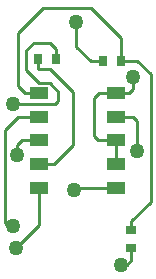
<source format=gtl>
G04*
G04 #@! TF.GenerationSoftware,Altium Limited,Altium Designer,18.1.7 (191)*
G04*
G04 Layer_Physical_Order=1*
G04 Layer_Color=255*
%FSLAX25Y25*%
%MOIN*%
G70*
G01*
G75*
%ADD11C,0.01000*%
%ADD12R,0.06100X0.03937*%
%ADD13R,0.03543X0.02756*%
%ADD14R,0.02756X0.03543*%
%ADD19C,0.05000*%
D11*
X104500Y157500D02*
X118500D01*
X119500Y158500D01*
Y162000D01*
X117750Y163750D02*
X119500Y162000D01*
X117750Y163750D02*
Y163838D01*
X116871Y164716D02*
X117750Y163838D01*
X113284Y164716D02*
X116871D01*
X109000Y169000D02*
X113284Y164716D01*
X109000Y169000D02*
Y175500D01*
X111500Y178000D01*
X116772D01*
X118953Y175819D01*
Y172500D02*
Y175819D01*
X124500Y144000D02*
Y161500D01*
X116772Y169228D02*
X124500Y161500D01*
X113047Y169228D02*
X116772D01*
X125500Y185000D02*
X125752Y184748D01*
Y176748D02*
Y184748D01*
Y176748D02*
X130500Y172000D01*
X134547D01*
X114500Y189500D02*
X130500D01*
X106374Y181374D02*
X114500Y189500D01*
X130500D02*
X140453Y179547D01*
Y172000D02*
Y179547D01*
X106374Y163626D02*
Y181374D01*
X118126Y137626D02*
X124500Y144000D01*
X106374Y163626D02*
X108752Y161248D01*
X113047Y169228D02*
Y172500D01*
X146000Y142000D02*
Y152000D01*
X144626Y153374D02*
X146000Y152000D01*
X138800Y153374D02*
X144626D01*
X146000Y172000D02*
X150500Y167500D01*
Y125000D02*
Y167500D01*
X144000Y118500D02*
X150500Y125000D01*
X133000Y145500D02*
X138800D01*
X131500Y147000D02*
X133000Y145500D01*
X131500Y147000D02*
Y159500D01*
X133248Y161248D01*
X138800D01*
X143248D01*
X144500Y162500D01*
Y166500D01*
X140500Y104000D02*
X142500D01*
X144000Y105500D01*
Y109547D01*
X125000Y129000D02*
X125752Y129752D01*
X138800D01*
Y137626D02*
Y145500D01*
X105500Y109500D02*
X113200Y117200D01*
Y129752D01*
X103000Y117000D02*
X104500D01*
X102000Y118000D02*
X103000Y117000D01*
X102000Y118000D02*
Y149000D01*
X106000Y140748D02*
Y144000D01*
Y140594D02*
Y140748D01*
X102000Y149000D02*
X106374Y153374D01*
X112252Y129752D02*
X113200D01*
X106000Y144000D02*
X107500Y145500D01*
X113200D01*
X106374Y153374D02*
X113200D01*
X108752Y161248D02*
X113200D01*
Y137626D02*
X118126D01*
X140453Y172000D02*
X146000D01*
X144000Y115453D02*
Y118500D01*
D12*
X113200Y137626D02*
D03*
Y145500D02*
D03*
Y153374D02*
D03*
Y161248D02*
D03*
X138800D02*
D03*
Y153374D02*
D03*
Y145500D02*
D03*
Y137626D02*
D03*
Y129752D02*
D03*
X113200D02*
D03*
D13*
X144000Y115453D02*
D03*
Y109547D02*
D03*
D14*
X113047Y172500D02*
D03*
X118953D02*
D03*
X140453Y172000D02*
D03*
X134547D02*
D03*
D19*
X104500Y157500D02*
D03*
X125500Y185000D02*
D03*
X146000Y142000D02*
D03*
X144500Y166500D02*
D03*
X140500Y104000D02*
D03*
X125000Y129000D02*
D03*
X105500Y109500D02*
D03*
X104500Y117000D02*
D03*
X106000Y140748D02*
D03*
Y140594D02*
D03*
M02*

</source>
